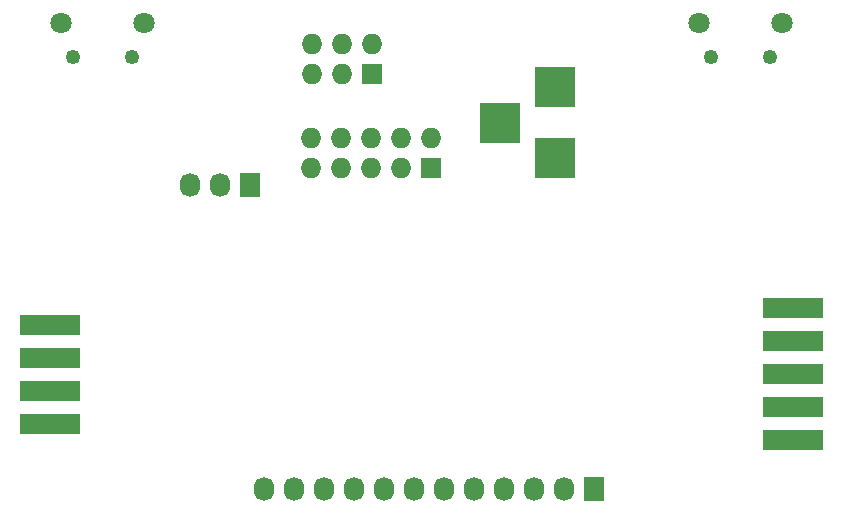
<source format=gbs>
G04 #@! TF.FileFunction,Soldermask,Bot*
%FSLAX46Y46*%
G04 Gerber Fmt 4.6, Leading zero omitted, Abs format (unit mm)*
G04 Created by KiCad (PCBNEW (2015-07-11 BZR 5925, Git c291b88)-product) date 9/9/2015 4:31:28 PM*
%MOMM*%
G01*
G04 APERTURE LIST*
%ADD10C,0.100000*%
%ADD11R,5.080000X1.778000*%
%ADD12R,3.500120X3.500120*%
%ADD13R,1.727200X1.727200*%
%ADD14O,1.727200X1.727200*%
%ADD15R,1.727200X2.032000*%
%ADD16O,1.727200X2.032000*%
%ADD17C,1.800000*%
%ADD18C,1.250000*%
G04 APERTURE END LIST*
D10*
D11*
X105460000Y-139706000D03*
X105460000Y-142500000D03*
X105460000Y-145294000D03*
X105460000Y-148088000D03*
X105460000Y-136912000D03*
X42540000Y-146691000D03*
X42540000Y-143897000D03*
X42540000Y-141103000D03*
X42540000Y-138309000D03*
D12*
X85300000Y-124200140D03*
X85300000Y-118200660D03*
X80601000Y-121200400D03*
D13*
X74800000Y-125000000D03*
D14*
X74800000Y-122460000D03*
X72260000Y-125000000D03*
X72260000Y-122460000D03*
X69720000Y-125000000D03*
X69720000Y-122460000D03*
X67180000Y-125000000D03*
X67180000Y-122460000D03*
X64640000Y-125000000D03*
X64640000Y-122460000D03*
D13*
X69800000Y-117100000D03*
D14*
X69800000Y-114560000D03*
X67260000Y-117100000D03*
X67260000Y-114560000D03*
X64720000Y-117100000D03*
X64720000Y-114560000D03*
D15*
X59500000Y-126500000D03*
D16*
X56960000Y-126500000D03*
X54420000Y-126500000D03*
D17*
X50500900Y-112762540D03*
D18*
X49500900Y-115662540D03*
X44500900Y-115662540D03*
D17*
X43500900Y-112762540D03*
X104500900Y-112762540D03*
D18*
X103500900Y-115662540D03*
X98500900Y-115662540D03*
D17*
X97500900Y-112762540D03*
D15*
X88600000Y-152200000D03*
D16*
X86060000Y-152200000D03*
X83520000Y-152200000D03*
X80980000Y-152200000D03*
X78440000Y-152200000D03*
X75900000Y-152200000D03*
X73360000Y-152200000D03*
X70820000Y-152200000D03*
X68280000Y-152200000D03*
X65740000Y-152200000D03*
X63200000Y-152200000D03*
X60660000Y-152200000D03*
M02*

</source>
